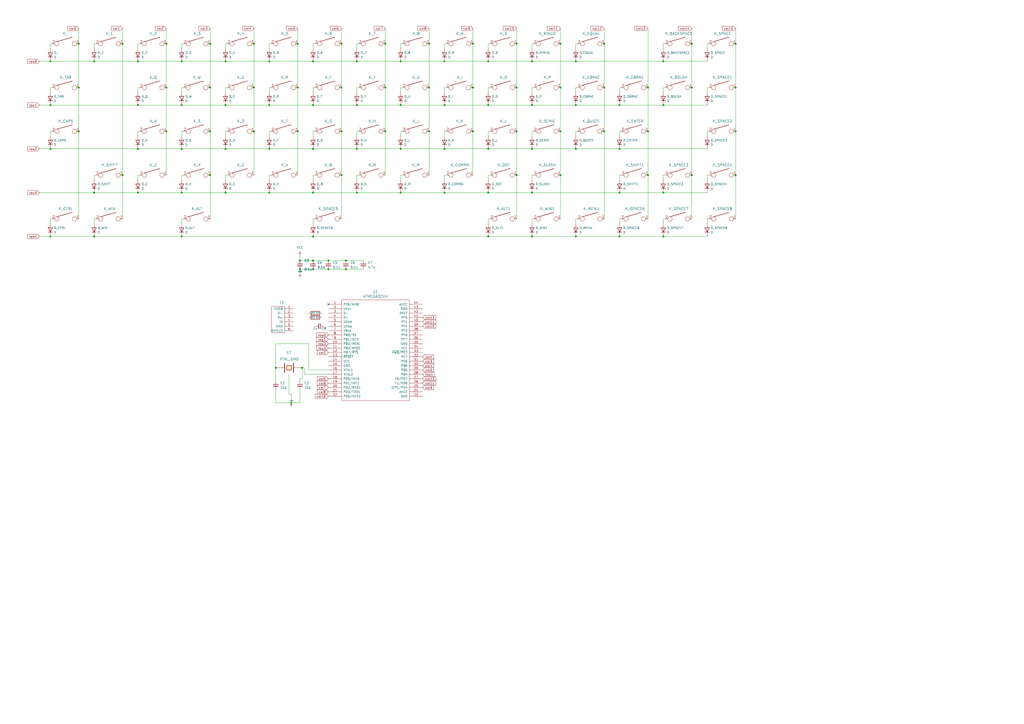
<source format=kicad_sch>
(kicad_sch (version 20211123) (generator eeschema)
  (paper "A2")
  (junction (at 105.41 111.76))
  (junction (at 426.72 101.6))
  (junction (at 181.61 151.13))
  (junction (at 207.01 86.36))
  (junction (at 172.72 25.4))
  (junction (at 156.21 111.76))
  (junction (at 105.41 60.96))
  (junction (at 156.21 60.96))
  (junction (at 350.52 76.2))
  (junction (at 200.66 151.13))
  (junction (at 232.41 86.36))
  (junction (at 130.81 111.76))
  (junction (at 223.52 76.2))
  (junction (at 80.01 86.36))
  (junction (at 168.91 233.68))
  (junction (at 45.72 50.8))
  (junction (at 325.12 50.8))
  (junction (at 121.92 25.4))
  (junction (at 384.81 35.56))
  (junction (at 401.32 101.6))
  (junction (at 350.52 50.8))
  (junction (at 198.12 76.2))
  (junction (at 54.61 35.56))
  (junction (at 96.52 25.4))
  (junction (at 308.61 111.76))
  (junction (at 359.41 60.96))
  (junction (at 384.81 111.76))
  (junction (at 207.01 60.96))
  (junction (at 334.01 137.16))
  (junction (at 375.92 50.8))
  (junction (at 283.21 35.56))
  (junction (at 200.66 156.21))
  (junction (at 283.21 86.36))
  (junction (at 223.52 25.4))
  (junction (at 198.12 101.6))
  (junction (at 257.81 60.96))
  (junction (at 384.81 60.96))
  (junction (at 232.41 111.76))
  (junction (at 308.61 60.96))
  (junction (at 401.32 25.4))
  (junction (at 190.5 156.21))
  (junction (at 181.61 86.36))
  (junction (at 105.41 137.16))
  (junction (at 308.61 137.16))
  (junction (at 54.61 137.16))
  (junction (at 45.72 25.4))
  (junction (at 232.41 60.96))
  (junction (at 130.81 60.96))
  (junction (at 350.52 25.4))
  (junction (at 29.21 35.56))
  (junction (at 248.92 25.4))
  (junction (at 232.41 35.56))
  (junction (at 198.12 25.4))
  (junction (at 181.61 156.21))
  (junction (at 334.01 35.56))
  (junction (at 359.41 86.36))
  (junction (at 375.92 101.6))
  (junction (at 308.61 86.36))
  (junction (at 181.61 137.16))
  (junction (at 299.72 76.2))
  (junction (at 172.72 50.8))
  (junction (at 207.01 111.76))
  (junction (at 96.52 76.2))
  (junction (at 29.21 137.16))
  (junction (at 45.72 76.2))
  (junction (at 198.12 50.8))
  (junction (at 308.61 35.56))
  (junction (at 121.92 76.2))
  (junction (at 223.52 50.8))
  (junction (at 283.21 137.16))
  (junction (at 401.32 50.8))
  (junction (at 181.61 60.96))
  (junction (at 426.72 76.2))
  (junction (at 130.81 35.56))
  (junction (at 334.01 86.36))
  (junction (at 156.21 35.56))
  (junction (at 325.12 25.4))
  (junction (at 80.01 111.76))
  (junction (at 29.21 60.96))
  (junction (at 299.72 50.8))
  (junction (at 80.01 35.56))
  (junction (at 147.32 50.8))
  (junction (at 121.92 101.6))
  (junction (at 130.81 86.36))
  (junction (at 274.32 76.2))
  (junction (at 147.32 76.2))
  (junction (at 173.99 156.21))
  (junction (at 325.12 76.2))
  (junction (at 160.02 213.36))
  (junction (at 175.26 213.36))
  (junction (at 71.12 25.4))
  (junction (at 426.72 25.4))
  (junction (at 54.61 111.76))
  (junction (at 105.41 86.36))
  (junction (at 384.81 137.16))
  (junction (at 274.32 25.4))
  (junction (at 156.21 86.36))
  (junction (at 105.41 35.56))
  (junction (at 325.12 101.6))
  (junction (at 96.52 50.8))
  (junction (at 299.72 101.6))
  (junction (at 299.72 25.4))
  (junction (at 71.12 101.6))
  (junction (at 173.99 151.13))
  (junction (at 274.32 50.8))
  (junction (at 190.5 151.13))
  (junction (at 172.72 76.2))
  (junction (at 147.32 25.4))
  (junction (at 29.21 86.36))
  (junction (at 283.21 111.76))
  (junction (at 181.61 111.76))
  (junction (at 359.41 111.76))
  (junction (at 375.92 76.2))
  (junction (at 426.72 50.8))
  (junction (at 181.61 35.56))
  (junction (at 283.21 60.96))
  (junction (at 334.01 60.96))
  (junction (at 257.81 86.36))
  (junction (at 257.81 111.76))
  (junction (at 121.92 50.8))
  (junction (at 80.01 60.96))
  (junction (at 248.92 50.8))
  (junction (at 257.81 35.56))
  (junction (at 207.01 35.56))
  (junction (at 359.41 137.16))
  (junction (at 248.92 76.2))
  (no_connect (at 190.5 176.53))
  (wire (pts (xy 375.92 127) (xy 375.92 101.6)))
  (wire (pts (xy 308.61 60.96) (xy 334.01 60.96)))
  (wire (pts (xy 426.72 50.8) (xy 426.72 25.4)))
  (wire (pts (xy 105.41 50.8) (xy 105.41 53.34)))
  (wire (pts (xy 335.28 25.4) (xy 334.01 25.4)))
  (wire (pts (xy 157.48 76.2) (xy 156.21 76.2)))
  (wire (pts (xy 223.52 16.51) (xy 223.52 25.4)))
  (wire (pts (xy 232.41 50.8) (xy 232.41 53.34)))
  (wire (pts (xy 55.88 101.6) (xy 54.61 101.6)))
  (wire (pts (xy 284.48 25.4) (xy 283.21 25.4)))
  (wire (pts (xy 259.08 76.2) (xy 257.81 76.2)))
  (wire (pts (xy 156.21 101.6) (xy 156.21 104.14)))
  (wire (pts (xy 22.86 111.76) (xy 54.61 111.76)))
  (wire (pts (xy 207.01 35.56) (xy 232.41 35.56)))
  (wire (pts (xy 182.88 101.6) (xy 181.61 101.6)))
  (wire (pts (xy 325.12 16.51) (xy 325.12 25.4)))
  (wire (pts (xy 208.28 25.4) (xy 207.01 25.4)))
  (wire (pts (xy 401.32 101.6) (xy 401.32 50.8)))
  (wire (pts (xy 283.21 137.16) (xy 308.61 137.16)))
  (wire (pts (xy 360.68 76.2) (xy 359.41 76.2)))
  (wire (pts (xy 105.41 25.4) (xy 105.41 27.94)))
  (wire (pts (xy 335.28 50.8) (xy 334.01 50.8)))
  (wire (pts (xy 359.41 101.6) (xy 359.41 104.14)))
  (wire (pts (xy 179.07 214.63) (xy 179.07 199.39)))
  (wire (pts (xy 257.81 86.36) (xy 283.21 86.36)))
  (wire (pts (xy 173.99 156.21) (xy 181.61 156.21)))
  (wire (pts (xy 257.81 76.2) (xy 257.81 78.74)))
  (wire (pts (xy 284.48 76.2) (xy 283.21 76.2)))
  (wire (pts (xy 181.61 35.56) (xy 207.01 35.56)))
  (wire (pts (xy 147.32 76.2) (xy 147.32 50.8)))
  (wire (pts (xy 173.99 219.71) (xy 175.26 219.71)))
  (wire (pts (xy 105.41 60.96) (xy 130.81 60.96)))
  (wire (pts (xy 325.12 76.2) (xy 325.12 50.8)))
  (wire (pts (xy 257.81 101.6) (xy 257.81 104.14)))
  (wire (pts (xy 106.68 25.4) (xy 105.41 25.4)))
  (wire (pts (xy 325.12 50.8) (xy 325.12 25.4)))
  (wire (pts (xy 132.08 25.4) (xy 130.81 25.4)))
  (wire (pts (xy 157.48 101.6) (xy 156.21 101.6)))
  (wire (pts (xy 105.41 137.16) (xy 181.61 137.16)))
  (wire (pts (xy 181.61 25.4) (xy 181.61 27.94)))
  (wire (pts (xy 54.61 101.6) (xy 54.61 104.14)))
  (wire (pts (xy 308.61 101.6) (xy 308.61 104.14)))
  (wire (pts (xy 308.61 137.16) (xy 334.01 137.16)))
  (wire (pts (xy 411.48 101.6) (xy 410.21 101.6)))
  (wire (pts (xy 384.81 111.76) (xy 410.21 111.76)))
  (wire (pts (xy 283.21 60.96) (xy 308.61 60.96)))
  (wire (pts (xy 45.72 76.2) (xy 45.72 50.8)))
  (wire (pts (xy 283.21 50.8) (xy 283.21 53.34)))
  (wire (pts (xy 157.48 50.8) (xy 156.21 50.8)))
  (wire (pts (xy 334.01 35.56) (xy 384.81 35.56)))
  (wire (pts (xy 350.52 50.8) (xy 350.52 25.4)))
  (wire (pts (xy 106.68 101.6) (xy 105.41 101.6)))
  (wire (pts (xy 274.32 76.2) (xy 274.32 50.8)))
  (wire (pts (xy 173.99 148.59) (xy 173.99 151.13)))
  (wire (pts (xy 284.48 127) (xy 283.21 127)))
  (wire (pts (xy 105.41 86.36) (xy 130.81 86.36)))
  (wire (pts (xy 232.41 25.4) (xy 232.41 27.94)))
  (wire (pts (xy 182.88 76.2) (xy 181.61 76.2)))
  (wire (pts (xy 55.88 127) (xy 54.61 127)))
  (wire (pts (xy 283.21 76.2) (xy 283.21 78.74)))
  (wire (pts (xy 29.21 50.8) (xy 29.21 53.34)))
  (wire (pts (xy 410.21 50.8) (xy 410.21 53.34)))
  (wire (pts (xy 156.21 50.8) (xy 156.21 53.34)))
  (wire (pts (xy 283.21 35.56) (xy 308.61 35.56)))
  (wire (pts (xy 132.08 76.2) (xy 130.81 76.2)))
  (wire (pts (xy 274.32 101.6) (xy 274.32 76.2)))
  (wire (pts (xy 360.68 50.8) (xy 359.41 50.8)))
  (wire (pts (xy 274.32 16.51) (xy 274.32 25.4)))
  (wire (pts (xy 386.08 25.4) (xy 384.81 25.4)))
  (wire (pts (xy 130.81 76.2) (xy 130.81 78.74)))
  (wire (pts (xy 350.52 16.51) (xy 350.52 25.4)))
  (wire (pts (xy 299.72 16.51) (xy 299.72 25.4)))
  (wire (pts (xy 207.01 111.76) (xy 232.41 111.76)))
  (wire (pts (xy 208.28 76.2) (xy 207.01 76.2)))
  (wire (pts (xy 283.21 86.36) (xy 308.61 86.36)))
  (wire (pts (xy 22.86 35.56) (xy 29.21 35.56)))
  (wire (pts (xy 334.01 137.16) (xy 359.41 137.16)))
  (wire (pts (xy 29.21 127) (xy 29.21 129.54)))
  (wire (pts (xy 96.52 101.6) (xy 96.52 76.2)))
  (wire (pts (xy 160.02 233.68) (xy 168.91 233.68)))
  (wire (pts (xy 359.41 111.76) (xy 384.81 111.76)))
  (wire (pts (xy 426.72 76.2) (xy 426.72 50.8)))
  (wire (pts (xy 105.41 127) (xy 105.41 129.54)))
  (wire (pts (xy 121.92 127) (xy 121.92 101.6)))
  (wire (pts (xy 172.72 76.2) (xy 172.72 50.8)))
  (wire (pts (xy 233.68 25.4) (xy 232.41 25.4)))
  (wire (pts (xy 308.61 35.56) (xy 334.01 35.56)))
  (wire (pts (xy 160.02 199.39) (xy 160.02 213.36)))
  (wire (pts (xy 96.52 76.2) (xy 96.52 50.8)))
  (wire (pts (xy 232.41 111.76) (xy 257.81 111.76)))
  (wire (pts (xy 132.08 101.6) (xy 130.81 101.6)))
  (wire (pts (xy 359.41 137.16) (xy 384.81 137.16)))
  (wire (pts (xy 384.81 60.96) (xy 410.21 60.96)))
  (wire (pts (xy 334.01 25.4) (xy 334.01 27.94)))
  (wire (pts (xy 384.81 101.6) (xy 384.81 104.14)))
  (wire (pts (xy 384.81 25.4) (xy 384.81 27.94)))
  (wire (pts (xy 334.01 60.96) (xy 359.41 60.96)))
  (wire (pts (xy 179.07 199.39) (xy 160.02 199.39)))
  (wire (pts (xy 350.52 76.2) (xy 350.52 50.8)))
  (wire (pts (xy 259.08 50.8) (xy 257.81 50.8)))
  (wire (pts (xy 248.92 101.6) (xy 248.92 76.2)))
  (wire (pts (xy 375.92 16.51) (xy 375.92 50.8)))
  (wire (pts (xy 81.28 25.4) (xy 80.01 25.4)))
  (wire (pts (xy 309.88 25.4) (xy 308.61 25.4)))
  (wire (pts (xy 121.92 16.51) (xy 121.92 25.4)))
  (wire (pts (xy 156.21 60.96) (xy 181.61 60.96)))
  (wire (pts (xy 283.21 127) (xy 283.21 129.54)))
  (wire (pts (xy 179.07 214.63) (xy 190.5 214.63)))
  (wire (pts (xy 386.08 50.8) (xy 384.81 50.8)))
  (wire (pts (xy 233.68 50.8) (xy 232.41 50.8)))
  (wire (pts (xy 359.41 127) (xy 359.41 129.54)))
  (wire (pts (xy 157.48 25.4) (xy 156.21 25.4)))
  (wire (pts (xy 207.01 50.8) (xy 207.01 53.34)))
  (wire (pts (xy 257.81 111.76) (xy 283.21 111.76)))
  (wire (pts (xy 29.21 25.4) (xy 29.21 27.94)))
  (wire (pts (xy 207.01 25.4) (xy 207.01 27.94)))
  (wire (pts (xy 410.21 76.2) (xy 410.21 78.74)))
  (wire (pts (xy 284.48 50.8) (xy 283.21 50.8)))
  (wire (pts (xy 375.92 76.2) (xy 375.92 50.8)))
  (wire (pts (xy 232.41 60.96) (xy 257.81 60.96)))
  (wire (pts (xy 325.12 101.6) (xy 325.12 76.2)))
  (wire (pts (xy 308.61 111.76) (xy 359.41 111.76)))
  (wire (pts (xy 105.41 35.56) (xy 130.81 35.56)))
  (wire (pts (xy 232.41 76.2) (xy 232.41 78.74)))
  (wire (pts (xy 426.72 101.6) (xy 426.72 76.2)))
  (wire (pts (xy 208.28 101.6) (xy 207.01 101.6)))
  (wire (pts (xy 181.61 50.8) (xy 181.61 53.34)))
  (wire (pts (xy 384.81 127) (xy 384.81 129.54)))
  (wire (pts (xy 198.12 76.2) (xy 198.12 50.8)))
  (wire (pts (xy 147.32 101.6) (xy 147.32 76.2)))
  (wire (pts (xy 426.72 127) (xy 426.72 101.6)))
  (wire (pts (xy 29.21 35.56) (xy 54.61 35.56)))
  (wire (pts (xy 54.61 137.16) (xy 105.41 137.16)))
  (wire (pts (xy 411.48 127) (xy 410.21 127)))
  (wire (pts (xy 71.12 127) (xy 71.12 101.6)))
  (wire (pts (xy 167.64 218.44) (xy 167.64 228.6)))
  (wire (pts (xy 207.01 76.2) (xy 207.01 78.74)))
  (wire (pts (xy 411.48 25.4) (xy 410.21 25.4)))
  (wire (pts (xy 259.08 101.6) (xy 257.81 101.6)))
  (wire (pts (xy 29.21 137.16) (xy 54.61 137.16)))
  (wire (pts (xy 259.08 25.4) (xy 257.81 25.4)))
  (wire (pts (xy 411.48 50.8) (xy 410.21 50.8)))
  (wire (pts (xy 175.26 219.71) (xy 175.26 213.36)))
  (wire (pts (xy 384.81 50.8) (xy 384.81 53.34)))
  (wire (pts (xy 81.28 101.6) (xy 80.01 101.6)))
  (wire (pts (xy 156.21 25.4) (xy 156.21 27.94)))
  (wire (pts (xy 207.01 86.36) (xy 232.41 86.36)))
  (wire (pts (xy 410.21 25.4) (xy 410.21 27.94)))
  (wire (pts (xy 334.01 86.36) (xy 359.41 86.36)))
  (wire (pts (xy 172.72 50.8) (xy 172.72 25.4)))
  (wire (pts (xy 173.99 151.13) (xy 181.61 151.13)))
  (wire (pts (xy 45.72 127) (xy 45.72 76.2)))
  (wire (pts (xy 257.81 25.4) (xy 257.81 27.94)))
  (wire (pts (xy 54.61 25.4) (xy 54.61 27.94)))
  (wire (pts (xy 181.61 151.13) (xy 190.5 151.13)))
  (wire (pts (xy 176.53 217.17) (xy 176.53 213.36)))
  (wire (pts (xy 308.61 127) (xy 308.61 129.54)))
  (wire (pts (xy 121.92 50.8) (xy 121.92 25.4)))
  (wire (pts (xy 309.88 50.8) (xy 308.61 50.8)))
  (wire (pts (xy 22.86 137.16) (xy 29.21 137.16)))
  (wire (pts (xy 232.41 86.36) (xy 257.81 86.36)))
  (wire (pts (xy 80.01 50.8) (xy 80.01 53.34)))
  (wire (pts (xy 121.92 101.6) (xy 121.92 76.2)))
  (wire (pts (xy 257.81 35.56) (xy 283.21 35.56)))
  (wire (pts (xy 308.61 25.4) (xy 308.61 27.94)))
  (wire (pts (xy 410.21 101.6) (xy 410.21 104.14)))
  (wire (pts (xy 45.72 50.8) (xy 45.72 25.4)))
  (wire (pts (xy 130.81 35.56) (xy 156.21 35.56)))
  (wire (pts (xy 284.48 101.6) (xy 283.21 101.6)))
  (wire (pts (xy 190.5 151.13) (xy 200.66 151.13)))
  (wire (pts (xy 248.92 16.51) (xy 248.92 25.4)))
  (wire (pts (xy 350.52 127) (xy 350.52 76.2)))
  (wire (pts (xy 232.41 35.56) (xy 257.81 35.56)))
  (wire (pts (xy 207.01 60.96) (xy 232.41 60.96)))
  (wire (pts (xy 156.21 35.56) (xy 181.61 35.56)))
  (wire (pts (xy 309.88 76.2) (xy 308.61 76.2)))
  (wire (pts (xy 54.61 127) (xy 54.61 129.54)))
  (wire (pts (xy 130.81 25.4) (xy 130.81 27.94)))
  (wire (pts (xy 105.41 101.6) (xy 105.41 104.14)))
  (wire (pts (xy 386.08 101.6) (xy 384.81 101.6)))
  (wire (pts (xy 29.21 60.96) (xy 80.01 60.96)))
  (wire (pts (xy 426.72 16.51) (xy 426.72 25.4)))
  (wire (pts (xy 181.61 86.36) (xy 207.01 86.36)))
  (wire (pts (xy 156.21 76.2) (xy 156.21 78.74)))
  (wire (pts (xy 257.81 50.8) (xy 257.81 53.34)))
  (wire (pts (xy 130.81 60.96) (xy 156.21 60.96)))
  (wire (pts (xy 30.48 76.2) (xy 29.21 76.2)))
  (wire (pts (xy 223.52 101.6) (xy 223.52 76.2)))
  (wire (pts (xy 334.01 50.8) (xy 334.01 53.34)))
  (wire (pts (xy 147.32 50.8) (xy 147.32 25.4)))
  (wire (pts (xy 132.08 50.8) (xy 130.81 50.8)))
  (wire (pts (xy 30.48 127) (xy 29.21 127)))
  (wire (pts (xy 308.61 86.36) (xy 334.01 86.36)))
  (wire (pts (xy 248.92 76.2) (xy 248.92 50.8)))
  (wire (pts (xy 30.48 25.4) (xy 29.21 25.4)))
  (wire (pts (xy 71.12 101.6) (xy 71.12 25.4)))
  (wire (pts (xy 160.02 226.06) (xy 160.02 233.68)))
  (wire (pts (xy 156.21 86.36) (xy 181.61 86.36)))
  (wire (pts (xy 384.81 137.16) (xy 410.21 137.16)))
  (wire (pts (xy 334.01 127) (xy 334.01 129.54)))
  (wire (pts (xy 80.01 76.2) (xy 80.01 78.74)))
  (wire (pts (xy 190.5 217.17) (xy 176.53 217.17)))
  (wire (pts (xy 359.41 86.36) (xy 410.21 86.36)))
  (wire (pts (xy 375.92 101.6) (xy 375.92 76.2)))
  (wire (pts (xy 71.12 16.51) (xy 71.12 25.4)))
  (wire (pts (xy 80.01 35.56) (xy 105.41 35.56)))
  (wire (pts (xy 176.53 213.36) (xy 175.26 213.36)))
  (wire (pts (xy 80.01 25.4) (xy 80.01 27.94)))
  (wire (pts (xy 308.61 50.8) (xy 308.61 53.34)))
  (wire (pts (xy 130.81 86.36) (xy 156.21 86.36)))
  (wire (pts (xy 309.88 101.6) (xy 308.61 101.6)))
  (wire (pts (xy 248.92 50.8) (xy 248.92 25.4)))
  (wire (pts (xy 156.21 111.76) (xy 181.61 111.76)))
  (wire (pts (xy 80.01 86.36) (xy 105.41 86.36)))
  (wire (pts (xy 232.41 101.6) (xy 232.41 104.14)))
  (wire (pts (xy 410.21 127) (xy 410.21 129.54)))
  (wire (pts (xy 198.12 101.6) (xy 198.12 76.2)))
  (wire (pts (xy 181.61 127) (xy 181.61 129.54)))
  (wire (pts (xy 181.61 111.76) (xy 207.01 111.76)))
  (wire (pts (xy 207.01 101.6) (xy 207.01 104.14)))
  (wire (pts (xy 335.28 76.2) (xy 334.01 76.2)))
  (wire (pts (xy 386.08 127) (xy 384.81 127)))
  (wire (pts (xy 121.92 76.2) (xy 121.92 50.8)))
  (wire (pts (xy 334.01 76.2) (xy 334.01 78.74)))
  (wire (pts (xy 105.41 76.2) (xy 105.41 78.74)))
  (wire (pts (xy 401.32 50.8) (xy 401.32 25.4)))
  (wire (pts (xy 29.21 86.36) (xy 80.01 86.36)))
  (wire (pts (xy 223.52 76.2) (xy 223.52 50.8)))
  (wire (pts (xy 80.01 111.76) (xy 105.41 111.76)))
  (wire (pts (xy 309.88 127) (xy 308.61 127)))
  (wire (pts (xy 130.81 111.76) (xy 156.21 111.76)))
  (wire (pts (xy 181.61 76.2) (xy 181.61 78.74)))
  (wire (pts (xy 360.68 127) (xy 359.41 127)))
  (wire (pts (xy 130.81 101.6) (xy 130.81 104.14)))
  (wire (pts (xy 299.72 76.2) (xy 299.72 50.8)))
  (wire (pts (xy 167.64 228.6) (xy 168.91 228.6)))
  (wire (pts (xy 299.72 50.8) (xy 299.72 25.4)))
  (wire (pts (xy 360.68 101.6) (xy 359.41 101.6)))
  (wire (pts (xy 173.99 156.21) (xy 173.99 158.75)))
  (wire (pts (xy 359.41 76.2) (xy 359.41 78.74)))
  (wire (pts (xy 160.02 213.36) (xy 160.02 220.98)))
  (wire (pts (xy 335.28 127) (xy 334.01 127)))
  (wire (pts (xy 190.5 156.21) (xy 200.66 156.21)))
  (wire (pts (xy 172.72 16.51) (xy 172.72 25.4)))
  (wire (pts (xy 299.72 127) (xy 299.72 101.6)))
  (wire (pts (xy 384.81 35.56) (xy 410.21 35.56)))
  (wire (pts (xy 168.91 228.6) (xy 168.91 233.68)))
  (wire (pts (xy 22.86 86.36) (xy 29.21 86.36)))
  (wire (pts (xy 172.72 101.6) (xy 172.72 76.2)))
  (wire (pts (xy 96.52 50.8) (xy 96.52 25.4)))
  (wire (pts (xy 325.12 127) (xy 325.12 101.6)))
  (wire (pts (xy 80.01 60.96) (xy 105.41 60.96)))
  (wire (pts (xy 182.88 25.4) (xy 181.61 25.4)))
  (wire (pts (xy 283.21 101.6) (xy 283.21 104.14)))
  (wire (pts (xy 198.12 127) (xy 198.12 101.6)))
  (wire (pts (xy 359.41 50.8) (xy 359.41 53.34)))
  (wire (pts (xy 233.68 76.2) (xy 232.41 76.2)))
  (wire (pts (xy 173.99 226.06) (xy 173.99 233.68)))
  (wire (pts (xy 283.21 111.76) (xy 308.61 111.76)))
  (wire (pts (xy 359.41 60.96) (xy 384.81 60.96)))
  (wire (pts (xy 182.88 50.8) (xy 181.61 50.8)))
  (wire (pts (xy 130.81 50.8) (xy 130.81 53.34)))
  (wire (pts (xy 106.68 50.8) (xy 105.41 50.8)))
  (wire (pts (xy 233.68 101.6) (xy 232.41 101.6)))
  (wire (pts (xy 173.99 233.68) (xy 168.91 233.68)))
  (wire (pts (xy 411.48 76.2) (xy 410.21 76.2)))
  (wire (pts (xy 401.32 16.51) (xy 401.32 25.4)))
  (wire (pts (xy 181.61 101.6) (xy 181.61 104.14)))
  (wire (pts (xy 22.86 60.96) (xy 29.21 60.96)))
  (wire (pts (xy 173.99 220.98) (xy 173.99 219.71)))
  (wire (pts (xy 181.61 60.96) (xy 207.01 60.96)))
  (wire (pts (xy 29.21 76.2) (xy 29.21 78.74)))
  (wire (pts (xy 147.32 16.51) (xy 147.32 25.4)))
  (wire (pts (xy 200.66 156.21) (xy 210.82 156.21)))
  (wire (pts (xy 80.01 101.6) (xy 80.01 104.14)))
  (wire (pts (xy 200.66 151.13) (xy 210.82 151.13)))
  (wire (pts (xy 274.32 50.8) (xy 274.32 25.4)))
  (wire (pts (xy 223.52 50.8) (xy 223.52 25.4)))
  (wire (pts (xy 181.61 137.16) (xy 283.21 137.16)))
  (wire (pts (xy 181.61 156.21) (xy 190.5 156.21)))
  (wire (pts (xy 299.72 101.6) (xy 299.72 76.2)))
  (wire (pts (xy 208.28 50.8) (xy 207.01 50.8)))
  (wire (pts (xy 55.88 25.4) (xy 54.61 25.4)))
  (wire (pts (xy 81.28 76.2) (xy 80.01 76.2)))
  (wire (pts (xy 96.52 16.51) (xy 96.52 25.4)))
  (wire (pts (xy 81.28 50.8) (xy 80.01 50.8)))
  (wire (pts (xy 105.41 111.76) (xy 130.81 111.76)))
  (wire (pts (xy 182.88 127) (xy 181.61 127)))
  (wire (pts (xy 257.81 60.96) (xy 283.21 60.96)))
  (wire (pts (xy 30.48 50.8) (xy 29.21 50.8)))
  (wire (pts (xy 106.68 127) (xy 105.41 127)))
  (wire (pts (xy 401.32 127) (xy 401.32 101.6)))
  (wire (pts (xy 54.61 35.56) (xy 80.01 35.56)))
  (wire (pts (xy 54.61 111.76) (xy 80.01 111.76)))
  (wire (pts (xy 45.72 16.51) (xy 45.72 25.4)))
  (wire (pts (xy 198.12 16.51) (xy 198.12 25.4)))
  (wire (pts (xy 106.68 76.2) (xy 105.41 76.2)))
  (wire (pts (xy 283.21 25.4) (xy 283.21 27.94)))
  (wire (pts (xy 198.12 50.8) (xy 198.12 25.4)))
  (wire (pts (xy 308.61 76.2) (xy 308.61 78.74)))
  (global_label "col6" (shape input) (at 198.12 16.51 180) (property "Intersheet References" "${INTERSHEET_REFS}" (effects hide)))
  (global_label "col4" (shape input) (at 245.11 207.01 0) (property "Intersheet References" "${INTERSHEET_REFS}" (effects hide)))
  (global_label "col15" (shape input) (at 245.11 189.23 0) (property "Intersheet References" "${INTERSHEET_REFS}" (effects hide)))
  (global_label "col0" (shape input) (at 245.11 214.63 0) (property "Intersheet References" "${INTERSHEET_REFS}" (effects hide)))
  (global_label "col4" (shape input) (at 147.32 16.51 180) (property "Intersheet References" "${INTERSHEET_REFS}" (effects hide)))
  (global_label "col3" (shape input) (at 245.11 209.55 0) (property "Intersheet References" "${INTERSHEET_REFS}" (effects hide)))
  (global_label "col8" (shape input) (at 248.92 16.51 180) (property "Intersheet References" "${INTERSHEET_REFS}" (effects hide)))
  (global_label "col10" (shape input) (at 299.72 16.51 180) (property "Intersheet References" "${INTERSHEET_REFS}" (effects hide)))
  (global_label "col7" (shape input) (at 223.52 16.51 180) (property "Intersheet References" "${INTERSHEET_REFS}" (effects hide)))
  (global_label "col1" (shape input) (at 71.12 16.51 180) (property "Intersheet References" "${INTERSHEET_REFS}" (effects hide)))
  (global_label "row2" (shape input) (at 190.5 199.39 180) (property "Intersheet References" "${INTERSHEET_REFS}" (effects hide)))
  (global_label "row4" (shape input) (at 22.86 137.16 180) (property "Intersheet References" "${INTERSHEET_REFS}" (effects hide)))
  (global_label "col12" (shape input) (at 245.11 219.71 0) (property "Intersheet References" "${INTERSHEET_REFS}" (effects hide)))
  (global_label "col13" (shape input) (at 245.11 184.15 0) (property "Intersheet References" "${INTERSHEET_REFS}" (effects hide)))
  (global_label "col5" (shape input) (at 172.72 16.51 180) (property "Intersheet References" "${INTERSHEET_REFS}" (effects hide)))
  (global_label "col12" (shape input) (at 350.52 16.51 180) (property "Intersheet References" "${INTERSHEET_REFS}" (effects hide)))
  (global_label "row2" (shape input) (at 22.86 86.36 180) (property "Intersheet References" "${INTERSHEET_REFS}" (effects hide)))
  (global_label "row3" (shape input) (at 22.86 111.76 180) (property "Intersheet References" "${INTERSHEET_REFS}" (effects hide)))
  (global_label "col2" (shape input) (at 190.5 204.47 180) (property "Intersheet References" "${INTERSHEET_REFS}" (effects hide)))
  (global_label "col14" (shape input) (at 245.11 186.69 0) (property "Intersheet References" "${INTERSHEET_REFS}" (effects hide)))
  (global_label "row3" (shape input) (at 190.5 201.93 180) (property "Intersheet References" "${INTERSHEET_REFS}" (effects hide)))
  (global_label "row4" (shape input) (at 245.11 217.17 0) (property "Intersheet References" "${INTERSHEET_REFS}" (effects hide)))
  (global_label "col13" (shape input) (at 375.92 16.51 180) (property "Intersheet References" "${INTERSHEET_REFS}" (effects hide)))
  (global_label "col14" (shape input) (at 401.32 16.51 180) (property "Intersheet References" "${INTERSHEET_REFS}" (effects hide)))
  (global_label "row0" (shape input) (at 22.86 35.56 180) (property "Intersheet References" "${INTERSHEET_REFS}" (effects hide)))
  (global_label "col9" (shape input) (at 245.11 224.79 0) (property "Intersheet References" "${INTERSHEET_REFS}" (effects hide)))
  (global_label "col6" (shape input) (at 190.5 222.25 180) (property "Intersheet References" "${INTERSHEET_REFS}" (effects hide)))
  (global_label "col11" (shape input) (at 245.11 222.25 0) (property "Intersheet References" "${INTERSHEET_REFS}" (effects hide)))
  (global_label "col3" (shape input) (at 121.92 16.51 180) (property "Intersheet References" "${INTERSHEET_REFS}" (effects hide)))
  (global_label "row1" (shape input) (at 190.5 196.85 180) (property "Intersheet References" "${INTERSHEET_REFS}" (effects hide)))
  (global_label "col11" (shape input) (at 325.12 16.51 180) (property "Intersheet References" "${INTERSHEET_REFS}" (effects hide)))
  (global_label "col1" (shape input) (at 245.11 212.09 0) (property "Intersheet References" "${INTERSHEET_REFS}" (effects hide)))
  (global_label "row0" (shape input) (at 190.5 194.31 180) (property "Intersheet References" "${INTERSHEET_REFS}" (effects hide)))
  (global_label "col15" (shape input) (at 426.72 16.51 180) (property "Intersheet References" "${INTERSHEET_REFS}" (effects hide)))
  (global_label "col5" (shape input) (at 190.5 219.71 180) (property "Intersheet References" "${INTERSHEET_REFS}" (effects hide)))
  (global_label "col0" (shape input) (at 45.72 16.51 180) (property "Intersheet References" "${INTERSHEET_REFS}" (effects hide)))
  (global_label "col7" (shape input) (at 190.5 224.79 180) (property "Intersheet References" "${INTERSHEET_REFS}" (effects hide)))
  (global_label "row1" (shape input) (at 22.86 60.96 180) (property "Intersheet References" "${INTERSHEET_REFS}" (effects hide)))
  (global_label "col10" (shape input) (at 190.5 229.87 180) (property "Intersheet References" "${INTERSHEET_REFS}" (effects hide)))
  (global_label "col9" (shape input) (at 274.32 16.51 180) (property "Intersheet References" "${INTERSHEET_REFS}" (effects hide)))
  (global_label "col8" (shape input) (at 190.5 227.33 180) (property "Intersheet References" "${INTERSHEET_REFS}" (effects hide)))
  (global_label "col2" (shape input) (at 96.52 16.51 180) (property "Intersheet References" "${INTERSHEET_REFS}" (effects hide)))
  (symbol (lib_id "Device:D") (at 156.21 107.95 90) (unit 1)
    (property "Reference" "D_V" (at 158.2166 106.7816 90) (effects (justify right)))
    (property "Value" "D" (at 158.2166 109.347 90) (effects (justify right)))
    (property "Footprint" "keyboard_parts:D_SOD123_axial" (effects hide))
  )
  (symbol (lib_id "Device:D") (at 80.01 107.95 90) (unit 1)
    (property "Reference" "D_Z" (at 82.0166 106.7816 90) (effects (justify right)))
    (property "Value" "D" (at 82.0166 109.347 90) (effects (justify right)))
    (property "Footprint" "keyboard_parts:D_SOD123_axial" (effects hide))
  )
  (symbol (lib_id "keyboard_parts:KEYSW") (at 266.7 25.4 0) (unit 1)
    (property "Reference" "K_9" (at 266.7 19.4818 0) (effects (font (size 1.524 1.524))))
    (property "Value" "KEYSW" (effects hide))
    (property "Footprint" "MX_Alps_Hybrid:MX-1U-NoLED" (effects hide))
  )
  (symbol (lib_id "keyboard_parts:KEYSW") (at 292.1 76.2 0) (unit 1)
    (property "Reference" "K_L" (at 292.1 70.2818 0) (effects (font (size 1.524 1.524))))
    (property "Value" "KEYSW" (effects hide))
    (property "Footprint" "MX_Alps_Hybrid:MX-1U-NoLED" (effects hide))
  )
  (symbol (lib_id "keyboard_parts:KEYSW") (at 292.1 25.4 0) (unit 1)
    (property "Reference" "K_0" (at 292.1 19.4818 0) (effects (font (size 1.524 1.524))))
    (property "Value" "KEYSW" (effects hide))
    (property "Footprint" "MX_Alps_Hybrid:MX-1U-NoLED" (effects hide))
  )
  (symbol (lib_id "keyboard_parts:KEYSW") (at 368.3 50.8 0) (unit 1)
    (property "Reference" "K_OBRAC" (at 368.3 44.8818 0) (effects (font (size 1.524 1.524))))
    (property "Value" "KEYSW" (effects hide))
    (property "Footprint" "MX_Alps_Hybrid:MX-1U-NoLED" (effects hide))
  )
  (symbol (lib_id "Device:D") (at 308.61 107.95 90) (unit 1)
    (property "Reference" "D_SLASH" (at 310.6166 106.7816 90) (effects (justify right)))
    (property "Value" "D" (at 310.6166 109.347 90) (effects (justify right)))
    (property "Footprint" "keyboard_parts:D_SOD123_axial" (effects hide))
  )
  (symbol (lib_id "keyboard_parts:KEYSW") (at 266.7 50.8 0) (unit 1)
    (property "Reference" "K_I" (at 266.7 44.8818 0) (effects (font (size 1.524 1.524))))
    (property "Value" "KEYSW" (effects hide))
    (property "Footprint" "MX_Alps_Hybrid:MX-1U-NoLED" (effects hide))
  )
  (symbol (lib_id "keyboard_parts:KEYSW") (at 419.1 101.6 0) (unit 1)
    (property "Reference" "K_SPACE4" (at 419.1 95.6818 0) (effects (font (size 1.524 1.524))))
    (property "Value" "KEYSW" (effects hide))
    (property "Footprint" "MX_Alps_Hybrid:MX-1U-NoLED" (effects hide))
  )
  (symbol (lib_id "Device:D") (at 232.41 57.15 90) (unit 1)
    (property "Reference" "D_U" (at 234.4166 55.9816 90) (effects (justify right)))
    (property "Value" "D" (at 234.4166 58.547 90) (effects (justify right)))
    (property "Footprint" "keyboard_parts:D_SOD123_axial" (effects hide))
  )
  (symbol (lib_id "Device:D") (at 156.21 82.55 90) (unit 1)
    (property "Reference" "D_F" (at 158.2166 81.3816 90) (effects (justify right)))
    (property "Value" "D" (at 158.2166 83.947 90) (effects (justify right)))
    (property "Footprint" "keyboard_parts:D_SOD123_axial" (effects hide))
  )
  (symbol (lib_id "Device:D") (at 308.61 82.55 90) (unit 1)
    (property "Reference" "D_SEMIC" (at 310.6166 81.3816 90) (effects (justify right)))
    (property "Value" "D" (at 310.6166 83.947 90) (effects (justify right)))
    (property "Footprint" "keyboard_parts:D_SOD123_axial" (effects hide))
  )
  (symbol (lib_id "keyboard_parts:KEYSW") (at 292.1 101.6 0) (unit 1)
    (property "Reference" "K_DOT" (at 292.1 95.6818 0) (effects (font (size 1.524 1.524))))
    (property "Value" "KEYSW" (effects hide))
    (property "Footprint" "MX_Alps_Hybrid:MX-1U-NoLED" (effects hide))
  )
  (symbol (lib_id "Device:C_Small") (at 160.02 223.52 0) (unit 1)
    (property "Reference" "C1" (at 162.56 222.2562 0) (effects (justify left)))
    (property "Value" "22p" (at 162.56 224.7962 0) (effects (justify left)))
  )
  (symbol (lib_id "Device:D") (at 80.01 82.55 90) (unit 1)
    (property "Reference" "D_A" (at 82.0166 81.3816 90) (effects (justify right)))
    (property "Value" "D" (at 82.0166 83.947 90) (effects (justify right)))
    (property "Footprint" "keyboard_parts:D_SOD123_axial" (effects hide))
  )
  (symbol (lib_id "keyboard_parts:KEYSW") (at 38.1 127 0) (unit 1)
    (property "Reference" "K_CTRL" (at 38.1 121.0818 0) (effects (font (size 1.524 1.524))))
    (property "Value" "KEYSW" (effects hide))
    (property "Footprint" "MX_Alps_Hybrid:MX-1.25U-NoLED" (effects hide))
  )
  (symbol (lib_id "keyboard_parts:KEYSW") (at 139.7 50.8 0) (unit 1)
    (property "Reference" "K_E" (at 139.7 44.8818 0) (effects (font (size 1.524 1.524))))
    (property "Value" "KEYSW" (effects hide))
    (property "Footprint" "MX_Alps_Hybrid:MX-1U-NoLED" (effects hide))
  )
  (symbol (lib_id "keyboard_parts:KEYSW") (at 190.5 76.2 0) (unit 1)
    (property "Reference" "K_G" (at 190.5 70.2818 0) (effects (font (size 1.524 1.524))))
    (property "Value" "KEYSW" (effects hide))
    (property "Footprint" "MX_Alps_Hybrid:MX-1U-NoLED" (effects hide))
  )
  (symbol (lib_id "Device:D") (at 181.61 57.15 90) (unit 1)
    (property "Reference" "D_T" (at 183.6166 55.9816 90) (effects (justify right)))
    (property "Value" "D" (at 183.6166 58.547 90) (effects (justify right)))
    (property "Footprint" "keyboard_parts:D_SOD123_axial" (effects hide))
  )
  (symbol (lib_id "keyboard_parts:USB_mini_micro_B") (at 166.37 182.88 0) (unit 1)
    (property "Reference" "J1" (at 163.3728 175.4886 0) (effects (font (size 1.524 1.524))))
    (property "Value" "USB_mini_micro_B" (effects hide))
    (property "Footprint" "keyboard_parts:USB_miniB_hirose_5S8" (effects hide))
  )
  (symbol (lib_id "keyboard_parts:KEYSW") (at 165.1 50.8 0) (unit 1)
    (property "Reference" "K_R" (at 165.1 44.8818 0) (effects (font (size 1.524 1.524))))
    (property "Value" "KEYSW" (effects hide))
    (property "Footprint" "MX_Alps_Hybrid:MX-1U-NoLED" (effects hide))
  )
  (symbol (lib_id "Device:D") (at 384.81 107.95 90) (unit 1)
    (property "Reference" "D_SPACE3" (at 386.8166 106.7816 90) (effects (justify right)))
    (property "Value" "D" (at 386.8166 109.347 90) (effects (justify right)))
    (property "Footprint" "keyboard_parts:D_SOD123_axial" (effects hide))
  )
  (symbol (lib_id "Device:D") (at 207.01 107.95 90) (unit 1)
    (property "Reference" "D_N" (at 209.0166 106.7816 90) (effects (justify right)))
    (property "Value" "D" (at 209.0166 109.347 90) (effects (justify right)))
    (property "Footprint" "keyboard_parts:D_SOD123_axial" (effects hide))
  )
  (symbol (lib_id "Device:D") (at 207.01 57.15 90) (unit 1)
    (property "Reference" "D_Y" (at 209.0166 55.9816 90) (effects (justify right)))
    (property "Value" "D" (at 209.0166 58.547 90) (effects (justify right)))
    (property "Footprint" "keyboard_parts:D_SOD123_axial" (effects hide))
  )
  (symbol (lib_id "keyboard_parts:KEYSW") (at 63.5 101.6 0) (unit 1)
    (property "Reference" "K_SHIFT" (at 63.5 95.6818 0) (effects (font (size 1.524 1.524))))
    (property "Value" "KEYSW" (effects hide))
    (property "Footprint" "MX_Alps_Hybrid:MX-2.25U-NoLED" (effects hide))
  )
  (symbol (lib_id "Device:D") (at 130.81 57.15 90) (unit 1)
    (property "Reference" "D_E" (at 132.8166 55.9816 90) (effects (justify right)))
    (property "Value" "D" (at 132.8166 58.547 90) (effects (justify right)))
    (property "Footprint" "keyboard_parts:D_SOD123_axial" (effects hide))
  )
  (symbol (lib_id "Device:C_Small") (at 190.5 153.67 0) (unit 1)
    (property "Reference" "C5" (at 193.04 152.4062 0) (effects (justify left)))
    (property "Value" "0.1u" (at 193.04 154.9462 0) (effects (justify left)))
  )
  (symbol (lib_id "Device:D") (at 257.81 107.95 90) (unit 1)
    (property "Reference" "D_COMMA" (at 259.8166 106.7816 90) (effects (justify right)))
    (property "Value" "D" (at 259.8166 109.347 90) (effects (justify right)))
    (property "Footprint" "keyboard_parts:D_SOD123_axial" (effects hide))
  )
  (symbol (lib_id "Device:D") (at 384.81 133.35 90) (unit 1)
    (property "Reference" "D_SPACE7" (at 386.8166 132.1816 90) (effects (justify right)))
    (property "Value" "D" (at 386.8166 134.747 90) (effects (justify right)))
    (property "Footprint" "keyboard_parts:D_SOD123_axial" (effects hide))
  )
  (symbol (lib_id "keyboard_parts:KEYSW") (at 292.1 50.8 0) (unit 1)
    (property "Reference" "K_O" (at 292.1 44.8818 0) (effects (font (size 1.524 1.524))))
    (property "Value" "KEYSW" (effects hide))
    (property "Footprint" "MX_Alps_Hybrid:MX-1U-NoLED" (effects hide))
  )
  (symbol (lib_id "Device:D") (at 156.21 31.75 90) (unit 1)
    (property "Reference" "D_5" (at 158.2166 30.5816 90) (effects (justify right)))
    (property "Value" "D" (at 158.2166 33.147 90) (effects (justify right)))
    (property "Footprint" "keyboard_parts:D_SOD123_axial" (effects hide))
  )
  (symbol (lib_id "keyboard_parts:KEYSW") (at 215.9 25.4 0) (unit 1)
    (property "Reference" "K_7" (at 215.9 19.4818 0) (effects (font (size 1.524 1.524))))
    (property "Value" "KEYSW" (effects hide))
    (property "Footprint" "MX_Alps_Hybrid:MX-1U-NoLED" (effects hide))
  )
  (symbol (lib_id "Device:D") (at 105.41 133.35 90) (unit 1)
    (property "Reference" "D_ALT" (at 107.4166 132.1816 90) (effects (justify right)))
    (property "Value" "D" (at 107.4166 134.747 90) (effects (justify right)))
    (property "Footprint" "keyboard_parts:D_SOD123_axial" (effects hide))
  )
  (symbol (lib_id "keyboard_parts:KEYSW") (at 190.5 101.6 0) (unit 1)
    (property "Reference" "K_B" (at 190.5 95.6818 0) (effects (font (size 1.524 1.524))))
    (property "Value" "KEYSW" (effects hide))
    (property "Footprint" "MX_Alps_Hybrid:MX-1U-NoLED" (effects hide))
  )
  (symbol (lib_id "keyboard_parts:KEYSW") (at 88.9 50.8 0) (unit 1)
    (property "Reference" "K_Q" (at 88.9 44.8818 0) (effects (font (size 1.524 1.524))))
    (property "Value" "KEYSW" (effects hide))
    (property "Footprint" "MX_Alps_Hybrid:MX-1U-NoLED" (effects hide))
  )
  (symbol (lib_id "Device:D") (at 334.01 82.55 90) (unit 1)
    (property "Reference" "D_QUOTE" (at 336.0166 81.3816 90) (effects (justify right)))
    (property "Value" "D" (at 336.0166 83.947 90) (effects (justify right)))
    (property "Footprint" "keyboard_parts:D_SOD123_axial" (effects hide))
  )
  (symbol (lib_id "keyboard_parts:KEYSW") (at 368.3 76.2 0) (unit 1)
    (property "Reference" "K_ENTER" (at 368.3 70.2818 0) (effects (font (size 1.524 1.524))))
    (property "Value" "KEYSW" (effects hide))
    (property "Footprint" "MX_Alps_Hybrid:MX-2.25U-NoLED" (effects hide))
  )
  (symbol (lib_id "Device:D") (at 130.81 31.75 90) (unit 1)
    (property "Reference" "D_4" (at 132.8166 30.5816 90) (effects (justify right)))
    (property "Value" "D" (at 132.8166 33.147 90) (effects (justify right)))
    (property "Footprint" "keyboard_parts:D_SOD123_axial" (effects hide))
  )
  (symbol (lib_id "keyboard_parts:KEYSW") (at 139.7 25.4 0) (unit 1)
    (property "Reference" "K_4" (at 139.7 19.4818 0) (effects (font (size 1.524 1.524))))
    (property "Value" "KEYSW" (effects hide))
    (property "Footprint" "MX_Alps_Hybrid:MX-1U-NoLED" (effects hide))
  )
  (symbol (lib_id "keyboard_parts:KEYSW") (at 419.1 25.4 0) (unit 1)
    (property "Reference" "K_SPACE" (at 419.1 19.4818 0) (effects (font (size 1.524 1.524))))
    (property "Value" "KEYSW" (effects hide))
    (property "Footprint" "MX_Alps_Hybrid:MX-1U-NoLED" (effects hide))
  )
  (symbol (lib_id "Device:C_Small") (at 185.42 189.23 270) (unit 1)
    (property "Reference" "C8" (at 187.96 190.5 90))
    (property "Value" "1u" (at 182.88 190.5 90))
    (property "Footprint" "Capacitor_SMD:C_0805_2012Metric_Pad1.15x1.40mm_HandSolder" (effects hide))
  )
  (symbol (lib_id "keyboard_parts:KEYSW") (at 88.9 101.6 0) (unit 1)
    (property "Reference" "K_Z" (at 88.9 95.6818 0) (effects (font (size 1.524 1.524))))
    (property "Value" "KEYSW" (effects hide))
    (property "Footprint" "MX_Alps_Hybrid:MX-1U-NoLED" (effects hide))
  )
  (symbol (lib_id "keyboard_parts:GND") (at 168.91 233.68 0) (unit 1)
    (property "Reference" "#PWR?" (effects hide))
    (property "Value" "GND" (at 168.91 232.41 0) (effects (font (size 0.762 0.762))))
  )
  (symbol (lib_id "Device:D") (at 156.21 57.15 90) (unit 1)
    (property "Reference" "D_R" (at 158.2166 55.9816 90) (effects (justify right)))
    (property "Value" "D" (at 158.2166 58.547 90) (effects (justify right)))
    (property "Footprint" "keyboard_parts:D_SOD123_axial" (effects hide))
  )
  (symbol (lib_id "Device:D") (at 181.61 107.95 90) (unit 1)
    (property "Reference" "D_B" (at 183.6166 106.7816 90) (effects (justify right)))
    (property "Value" "D" (at 183.6166 109.347 90) (effects (justify right)))
    (property "Footprint" "keyboard_parts:D_SOD123_axial" (effects hide))
  )
  (symbol (lib_id "Device:D") (at 308.61 133.35 90) (unit 1)
    (property "Reference" "D_WIN1" (at 310.6166 132.1816 90) (effects (justify right)))
    (property "Value" "D" (at 310.6166 134.747 90) (effects (justify right)))
    (property "Footprint" "keyboard_parts:D_SOD123_axial" (effects hide))
  )
  (symbol (lib_id "Device:D") (at 105.41 57.15 90) (unit 1)
    (property "Reference" "D_W" (at 107.4166 55.9816 90) (effects (justify right)))
    (property "Value" "D" (at 107.4166 58.547 90) (effects (justify right)))
    (property "Footprint" "keyboard_parts:D_SOD123_axial" (effects hide))
  )
  (symbol (lib_id "keyboard_parts:KEYSW") (at 317.5 101.6 0) (unit 1)
    (property "Reference" "K_SLASH" (at 317.5 95.6818 0) (effects (font (size 1.524 1.524))))
    (property "Value" "KEYSW" (effects hide))
    (property "Footprint" "MX_Alps_Hybrid:MX-1U-NoLED" (effects hide))
  )
  (symbol (lib_id "keyboard_parts:KEYSW") (at 342.9 50.8 0) (unit 1)
    (property "Reference" "K_CBRAC" (at 342.9 44.8818 0) (effects (font (size 1.524 1.524))))
    (property "Value" "KEYSW" (effects hide))
    (property "Footprint" "MX_Alps_Hybrid:MX-1U-NoLED" (effects hide))
  )
  (symbol (lib_id "keyboard_parts:KEYSW") (at 342.9 76.2 0) (unit 1)
    (property "Reference" "K_QUOTE" (at 342.9 70.2818 0) (effects (font (size 1.524 1.524))))
    (property "Value" "KEYSW" (effects hide))
    (property "Footprint" "MX_Alps_Hybrid:MX-1U-NoLED" (effects hide))
  )
  (symbol (lib_id "Device:D") (at 105.41 82.55 90) (unit 1)
    (property "Reference" "D_S" (at 107.4166 81.3816 90) (effects (justify right)))
    (property "Value" "D" (at 107.4166 83.947 90) (effects (justify right)))
    (property "Footprint" "keyboard_parts:D_SOD123_axial" (effects hide))
  )
  (symbol (lib_id "keyboard_parts:KEYSW") (at 342.9 25.4 0) (unit 1)
    (property "Reference" "K_EQUAL" (at 342.9 19.4818 0) (effects (font (size 1.524 1.524))))
    (property "Value" "KEYSW" (effects hide))
    (property "Footprint" "MX_Alps_Hybrid:MX-1U-NoLED" (effects hide))
  )
  (symbol (lib_id "Device:D") (at 334.01 57.15 90) (unit 1)
    (property "Reference" "D_CBRAC" (at 336.0166 55.9816 90) (effects (justify right)))
    (property "Value" "D" (at 336.0166 58.547 90) (effects (justify right)))
    (property "Footprint" "keyboard_parts:D_SOD123_axial" (effects hide))
  )
  (symbol (lib_id "keyboard_parts:KEYSW") (at 393.7 50.8 0) (unit 1)
    (property "Reference" "K_BSLSH" (at 393.7 44.8818 0) (effects (font (size 1.524 1.524))))
    (property "Value" "KEYSW" (effects hide))
    (property "Footprint" "MX_Alps_Hybrid:MX-1.5U-NoLED" (effects hide))
  )
  (symbol (lib_id "keyboard_parts:KEYSW") (at 38.1 25.4 0) (unit 1)
    (property "Reference" "K_`" (at 38.1 19.4818 0) (effects (font (size 1.524 1.524))))
    (property "Value" "KEYSW" (effects hide))
    (property "Footprint" "MX_Alps_Hybrid:MX-1U-NoLED" (effects hide))
  )
  (symbol (lib_id "Device:C_Small") (at 200.66 153.67 0) (unit 1)
    (property "Reference" "C6" (at 203.2 152.4062 0) (effects (justify left)))
    (property "Value" "0.1u" (at 203.2 154.9462 0) (effects (justify left)))
  )
  (symbol (lib_id "Device:D") (at 283.21 82.55 90) (unit 1)
    (property "Reference" "D_L" (at 285.2166 81.3816 90) (effects (justify right)))
    (property "Value" "D" (at 285.2166 83.947 90) (effects (justify right)))
    (property "Footprint" "keyboard_parts:D_SOD123_axial" (effects hide))
  )
  (symbol (lib_id "Device:D") (at 54.61 133.35 90) (unit 1)
    (property "Reference" "D_WIN" (at 56.6166 132.1816 90) (effects (justify right)))
    (property "Value" "D" (at 56.6166 134.747 90) (effects (justify right)))
    (property "Footprint" "keyboard_parts:D_SOD123_axial" (effects hide))
  )
  (symbol (lib_id "keyboard_parts:KEYSW") (at 114.3 76.2 0) (unit 1)
    (property "Reference" "K_S" (at 114.3 70.2818 0) (effects (font (size 1.524 1.524))))
    (property "Value" "KEYSW" (effects hide))
    (property "Footprint" "MX_Alps_Hybrid:MX-1U-NoLED" (effects hide))
  )
  (symbol (lib_id "keyboard_parts:KEYSW") (at 241.3 101.6 0) (unit 1)
    (property "Reference" "K_M" (at 241.3 95.6818 0) (effects (font (size 1.524 1.524))))
    (property "Value" "KEYSW" (effects hide))
    (property "Footprint" "MX_Alps_Hybrid:MX-1U-NoLED" (effects hide))
  )
  (symbol (lib_id "Device:D") (at 29.21 82.55 90) (unit 1)
    (property "Reference" "D_CAPS" (at 31.2166 81.3816 90) (effects (justify right)))
    (property "Value" "D" (at 31.2166 83.947 90) (effects (justify right)))
    (property "Footprint" "keyboard_parts:D_SOD123_axial" (effects hide))
  )
  (symbol (lib_id "Device:D") (at 130.81 82.55 90) (unit 1)
    (property "Reference" "D_D" (at 132.8166 81.3816 90) (effects (justify right)))
    (property "Value" "D" (at 132.8166 83.947 90) (effects (justify right)))
    (property "Footprint" "keyboard_parts:D_SOD123_axial" (effects hide))
  )
  (symbol (lib_id "keyboard_parts:KEYSW") (at 368.3 127 0) (unit 1)
    (property "Reference" "K_SPACE6" (at 368.3 121.0818 0) (effects (font (size 1.524 1.524))))
    (property "Value" "KEYSW" (effects hide))
    (property "Footprint" "MX_Alps_Hybrid:MX-1U-NoLED" (effects hide))
  )
  (symbol (lib_id "Device:D") (at 80.01 57.15 90) (unit 1)
    (property "Reference" "D_Q" (at 82.0166 55.9816 90) (effects (justify right)))
    (property "Value" "D" (at 82.0166 58.547 90) (effects (justify right)))
    (property "Footprint" "keyboard_parts:D_SOD123_axial" (effects hide))
  )
  (symbol (lib_id "Device:D") (at 410.21 107.95 90) (unit 1)
    (property "Reference" "D_SPACE4" (at 412.2166 106.7816 90) (effects (justify right)))
    (property "Value" "D" (at 412.2166 109.347 90) (effects (justify right)))
    (property "Footprint" "keyboard_parts:D_SOD123_axial" (effects hide))
  )
  (symbol (lib_id "keyboard_parts:KEYSW") (at 215.9 50.8 0) (unit 1)
    (property "Reference" "K_Y" (at 215.9 44.8818 0) (effects (font (size 1.524 1.524))))
    (property "Value" "KEYSW" (effects hide))
    (property "Footprint" "MX_Alps_Hybrid:MX-1U-NoLED" (effects hide))
  )
  (symbol (lib_id "keyboard_parts:KEYSW") (at 88.9 76.2 0) (unit 1)
    (property "Reference" "K_A" (at 88.9 70.2818 0) (effects (font (size 1.524 1.524))))
    (property "Value" "KEYSW" (effects hide))
    (property "Footprint" "MX_Alps_Hybrid:MX-1U-NoLED" (effects hide))
  )
  (symbol (lib_id "Device:C_Small") (at 173.99 153.67 0) (unit 1)
    (property "Reference" "C3" (at 176.53 151.13 0) (effects (justify left)))
    (property "Value" "0.1u" (at 176.53 156.21 0) (effects (justify left)))
  )
  (symbol (lib_id "Device:D") (at 359.41 82.55 90) (unit 1)
    (property "Reference" "D_ENTER" (at 361.4166 81.3816 90) (effects (justify right)))
    (property "Value" "D" (at 361.4166 83.947 90) (effects (justify right)))
    (property "Footprint" "keyboard_parts:D_SOD123_axial" (effects hide))
  )
  (symbol (lib_id "Device:D") (at 359.41 133.35 90) (unit 1)
    (property "Reference" "D_SPACE6" (at 361.4166 132.1816 90) (effects (justify right)))
    (property "Value" "D" (at 361.4166 134.747 90) (effects (justify right)))
    (property "Footprint" "keyboard_parts:D_SOD123_axial" (effects hide))
  )
  (symbol (lib_id "Device:D") (at 410.21 57.15 90) (unit 1)
    (property "Reference" "D_SPACE1" (at 412.2166 55.9816 90) (effects (justify right)))
    (property "Value" "D" (at 412.2166 58.547 90) (effects (justify right)))
    (property "Footprint" "keyboard_parts:D_SOD123_axial" (effects hide))
  )
  (symbol (lib_id "Device:D") (at 232.41 31.75 90) (unit 1)
    (property "Reference" "D_8" (at 234.4166 30.5816 90) (effects (justify right)))
    (property "Value" "D" (at 234.4166 33.147 90) (effects (justify right)))
    (property "Footprint" "keyboard_parts:D_SOD123_axial" (effects hide))
  )
  (symbol (lib_id "Device:C_Small") (at 181.61 153.67 0) (unit 1)
    (property "Reference" "C4" (at 184.15 152.4062 0) (effects (justify left)))
    (property "Value" "0.1u" (at 184.15 154.9462 0) (effects (justify left)))
  )
  (symbol (lib_id "keyboard_parts:KEYSW") (at 393.7 25.4 0) (unit 1)
    (property "Reference" "K_BACKSPACE" (at 393.7 19.4818 0) (effects (font (size 1.524 1.524))))
    (property "Value" "KEYSW" (effects hide))
    (property "Footprint" "MX_Alps_Hybrid:MX-2U-NoLED" (effects hide))
  )
  (symbol (lib_id "keyboard_parts:KEYSW") (at 88.9 25.4 0) (unit 1)
    (property "Reference" "K_2" (at 88.9 19.4818 0) (effects (font (size 1.524 1.524))))
    (property "Value" "KEYSW" (effects hide))
    (property "Footprint" "MX_Alps_Hybrid:MX-1U-NoLED" (effects hide))
  )
  (symbol (lib_id "Device:D") (at 359.41 57.15 90) (unit 1)
    (property "Reference" "D_OBRAC" (at 361.4166 55.9816 90) (effects (justify right)))
    (property "Value" "D" (at 361.4166 58.547 90) (effects (justify right)))
    (property "Footprint" "keyboard_parts:D_SOD123_axial" (effects hide))
  )
  (symbol (lib_id "Device:D") (at 232.41 82.55 90) (unit 1)
    (property "Reference" "D_J" (at 234.4166 81.3816 90) (effects (justify right)))
    (property "Value" "D" (at 234.4166 83.947 90) (effects (justify right)))
    (property "Footprint" "keyboard_parts:D_SOD123_axial" (effects hide))
  )
  (symbol (lib_id "keyboard_parts:KEYSW") (at 114.3 50.8 0) (unit 1)
    (property "Reference" "K_W" (at 114.3 44.8818 0) (effects (font (size 1.524 1.524))))
    (property "Value" "KEYSW" (effects hide))
    (property "Footprint" "MX_Alps_Hybrid:MX-1U-NoLED" (effects hide))
  )
  (symbol (lib_id "Device:D") (at 410.21 31.75 90) (unit 1)
    (property "Reference" "D_SPACE" (at 412.2166 30.5816 90) (effects (justify right)))
    (property "Value" "D" (at 412.2166 33.147 90) (effects (justify right)))
    (property "Footprint" "keyboard_parts:D_SOD123_axial" (effects hide))
  )
  (symbol (lib_id "Device:D") (at 384.81 57.15 90) (unit 1)
    (property "Reference" "D_BSLSH" (at 386.8166 55.9816 90) (effects (justify right)))
    (property "Value" "D" (at 386.8166 58.547 90) (effects (justify right)))
    (property "Footprint" "keyboard_parts:D_SOD123_axial" (effects hide))
  )
  (symbol (lib_id "power:VCC") (at 173.99 148.59 0) (unit 1)
    (property "Reference" "#PWR?" (effects hide))
    (property "Value" "VCC" (at 173.99 143.51 0))
  )
  (symbol (lib_id "Device:D") (at 410.21 82.55 90) (unit 1)
    (property "Reference" "D_SPACE2" (at 412.2166 81.3816 90) (effects (justify right)))
    (property "Value" "D" (at 412.2166 83.947 90) (effects (justify right)))
    (property "Footprint" "keyboard_parts:D_SOD123_axial" (effects hide))
  )
  (symbol (lib_id "Device:C_Small") (at 173.99 223.52 0) (unit 1)
    (property "Reference" "C2" (at 176.53 222.25 0) (effects (justify left)))
    (property "Value" "22p" (at 176.53 224.7962 0) (effects (justify left)))
  )
  (symbol (lib_id "keyboard_parts:KEYSW") (at 190.5 127 0) (unit 1)
    (property "Reference" "K_SPACE5" (at 190.5 121.0818 0) (effects (font (size 1.524 1.524))))
    (property "Value" "KEYSW" (effects hide))
    (property "Footprint" "MX_Alps_Hybrid:MX-6.25U-NoLED" (effects hide))
  )
  (symbol (lib_id "keyboard_parts:KEYSW") (at 241.3 76.2 0) (unit 1)
    (property "Reference" "K_J" (at 241.3 70.2818 0) (effects (font (size 1.524 1.524))))
    (property "Value" "KEYSW" (effects hide))
    (property "Footprint" "MX_Alps_Hybrid:MX-1U-NoLED" (effects hide))
  )
  (symbol (lib_id "Device:D") (at 207.01 82.55 90) (unit 1)
    (property "Reference" "D_H" (at 209.0166 81.3816 90) (effects (justify right)))
    (property "Value" "D" (at 209.0166 83.947 90) (effects (justify right)))
    (property "Footprint" "keyboard_parts:D_SOD123_axial" (effects hide))
  )
  (symbol (lib_id "Device:D") (at 283.21 31.75 90) (unit 1)
    (property "Reference" "D_0" (at 285.2166 30.5816 90) (effects (justify right)))
    (property "Value" "D" (at 285.2166 33.147 90) (effects (justify right)))
    (property "Footprint" "keyboard_parts:D_SOD123_axial" (effects hide))
  )
  (symbol (lib_id "Device:D") (at 207.01 31.75 90) (unit 1)
    (property "Reference" "D_7" (at 209.0166 30.5816 90) (effects (justify right)))
    (property "Value" "D" (at 209.0166 33.147 90) (effects (justify right)))
    (property "Footprint" "keyboard_parts:D_SOD123_axial" (effects hide))
  )
  (symbol (lib_id "Device:D") (at 232.41 107.95 90) (unit 1)
    (property "Reference" "D_M" (at 234.4166 106.7816 90) (effects (justify right)))
    (property "Value" "D" (at 234.4166 109.347 90) (effects (justify right)))
    (property "Footprint" "keyboard_parts:D_SOD123_axial" (effects hide))
  )
  (symbol (lib_id "Device:D") (at 384.81 31.75 90) (unit 1)
    (property "Reference" "D_BACKSPACE" (at 386.8166 30.5816 90) (effects (justify right)))
    (property "Value" "D" (at 386.8166 33.147 90) (effects (justify right)))
    (property "Footprint" "keyboard_parts:D_SOD123_axial" (effects hide))
  )
  (symbol (lib_id "Device:R") (at 182.88 181.61 270) (unit 1)
    (property "Reference" "R3" (at 181.61 181.61 90) (effects (font (size 0.9906 0.9906))))
    (property "Value" "22" (at 184.15 181.61 90) (effects (font (size 0.9906 0.9906))))
    (property "Footprint" "Resistor_SMD:R_0805_2012Metric_Pad1.15x1.40mm_HandSolder" (effects hide))
  )
  (symbol (lib_id "keyboard_parts:KEYSW") (at 317.5 25.4 0) (unit 1)
    (property "Reference" "K_MINUS" (at 317.5 19.4818 0) (effects (font (size 1.524 1.524))))
    (property "Value" "KEYSW" (effects hide))
    (property "Footprint" "MX_Alps_Hybrid:MX-1U-NoLED" (effects hide))
  )
  (symbol (lib_id "keyboard_parts:KEYSW") (at 393.7 101.6 0) (unit 1)
    (property "Reference" "K_SPACE3" (at 393.7 95.6818 0) (effects (font (size 1.524 1.524))))
    (property "Value" "KEYSW" (effects hide))
    (property "Footprint" "MX_Alps_Hybrid:MX-1U-NoLED" (effects hide))
  )
  (symbol (lib_id "Device:D") (at 283.21 133.35 90) (unit 1)
    (property "Reference" "D_ALT1" (at 285.2166 132.1816 90) (effects (justify right)))
    (property "Value" "D" (at 285.2166 134.747 90) (effects (justify right)))
    (property "Footprint" "keyboard_parts:D_SOD123_axial" (effects hide))
  )
  (symbol (lib_id "keyboard_parts:KEYSW") (at 165.1 101.6 0) (unit 1)
    (property "Reference" "K_V" (at 165.1 95.6818 0) (effects (font (size 1.524 1.524))))
    (property "Value" "KEYSW" (effects hide))
    (property "Footprint" "MX_Alps_Hybrid:MX-1U-NoLED" (effects hide))
  )
  (symbol (lib_id "keyboard_parts:KEYSW") (at 419.1 76.2 0) (unit 1)
    (property "Reference" "K_SPACE2" (at 419.1 70.2818 0) (effects (font (size 1.524 1.524))))
    (property "Value" "KEYSW" (effects hide))
    (property "Footprint" "MX_Alps_Hybrid:MX-1U-NoLED" (effects hide))
  )
  (symbol (lib_id "Device:D") (at 359.41 107.95 90) (unit 1)
    (property "Reference" "D_SHIFT1" (at 361.4166 106.7816 90) (effects (justify right)))
    (property "Value" "D" (at 361.4166 109.347 90) (effects (justify right)))
    (property "Footprint" "keyboard_parts:D_SOD123_axial" (effects hide))
  )
  (symbol (lib_id "keyboard_parts:KEYSW") (at 38.1 76.2 0) (unit 1)
    (property "Reference" "K_CAPS" (at 38.1 70.2818 0) (effects (font (size 1.524 1.524))))
    (property "Value" "KEYSW" (effects hide))
    (property "Footprint" "MX_Alps_Hybrid:MX-1.75U-NoLED" (effects hide))
  )
  (symbol (lib_id "keyboard_parts:KEYSW") (at 139.7 101.6 0) (unit 1)
    (property "Reference" "K_C" (at 139.7 95.6818 0) (effects (font (size 1.524 1.524))))
    (property "Value" "KEYSW" (effects hide))
    (property "Footprint" "MX_Alps_Hybrid:MX-1U-NoLED" (effects hide))
  )
  (symbol (lib_id "Device:D") (at 410.21 133.35 90) (unit 1)
    (property "Reference" "D_SPACE8" (at 412.2166 132.1816 90) (effects (justify right)))
    (property "Value" "D" (at 412.2166 134.747 90) (effects (justify right)))
    (property "Footprint" "keyboard_parts:D_SOD123_axial" (effects hide))
  )
  (symbol (lib_id "Device:D") (at 54.61 107.95 90) (unit 1)
    (property "Reference" "D_SHIFT" (at 56.6166 106.7816 90) (effects (justify right)))
    (property "Value" "D" (at 56.6166 109.347 90) (effects (justify right)))
    (property "Footprint" "keyboard_parts:D_SOD123_axial" (effects hide))
  )
  (symbol (lib_id "keyboard_parts:KEYSW") (at 342.9 127 0) (unit 1)
    (property "Reference" "K_MENU" (at 342.9 121.0818 0) (effects (font (size 1.524 1.524))))
    (property "Value" "KEYSW" (effects hide))
    (property "Footprint" "MX_Alps_Hybrid:MX-1U-NoLED" (effects hide))
  )
  (symbol (lib_id "keyboard_parts:XTAL_GND") (at 167.64 213.36 0) (unit 1)
    (property "Reference" "X1" (at 167.64 204.47 0) (effects (font (size 1.524 1.524))))
    (property "Value" "XTAL_GND" (at 167.64 208.28 0) (effects (font (size 1.524 1.524))))
  )
  (symbol (lib_id "keyboard_parts:KEYSW") (at 63.5 127 0) (unit 1)
    (property "Reference" "K_WIN" (at 63.5 121.0818 0) (effects (font (size 1.524 1.524))))
    (property "Value" "KEYSW" (effects hide))
    (property "Footprint" "MX_Alps_Hybrid:MX-1.25U-NoLED" (effects hide))
  )
  (symbol (lib_id "keyboard_parts:GND") (at 173.99 158.75 0) (unit 1)
    (property "Reference" "#PWR?" (effects hide))
    (property "Value" "GND" (at 173.99 157.48 0) (effects (font (size 0.762 0.762))))
  )
  (symbol (lib_id "Device:D") (at 29.21 31.75 90) (unit 1)
    (property "Reference" "D_`" (at 31.2166 30.5816 90) (effects (justify right)))
    (property "Value" "D" (at 31.2166 33.147 90) (effects (justify right)))
    (property "Footprint" "keyboard_parts:D_SOD123_axial" (effects hide))
  )
  (symbol (lib_id "keyboard_parts:KEYSW") (at 165.1 76.2 0) (unit 1)
    (property "Reference" "K_F" (at 165.1 70.2818 0) (effects (font (size 1.524 1.524))))
    (property "Value" "KEYSW" (effects hide))
    (property "Footprint" "MX_Alps_Hybrid:MX-1U-NoLED" (effects hide))
  )
  (symbol (lib_id "keyboard_parts:KEYSW") (at 139.7 76.2 0) (unit 1)
    (property "Reference" "K_D" (at 139.7 70.2818 0) (effects (font (size 1.524 1.524))))
    (property "Value" "KEYSW" (effects hide))
    (property "Footprint" "MX_Alps_Hybrid:MX-1U-NoLED" (effects hide))
  )
  (symbol (lib_id "keyboard_parts:KEYSW") (at 266.7 101.6 0) (unit 1)
    (property "Reference" "K_COMMA" (at 266.7 95.6818 0) (effects (font (size 1.524 1.524))))
    (property "Value" "KEYSW" (effects hide))
    (property "Footprint" "MX_Alps_Hybrid:MX-1U-NoLED" (effects hide))
  )
  (symbol (lib_id "keyboard_parts:KEYSW") (at 63.5 25.4 0) (unit 1)
    (property "Reference" "K_1" (at 63.5 19.4818 0) (effects (font (size 1.524 1.524))))
    (property "Value" "KEYSW" (effects hide))
    (property "Footprint" "MX_Alps_Hybrid:MX-1U-NoLED" (effects hide))
  )
  (symbol (lib_id "Device:D") (at 334.01 31.75 90) (unit 1)
    (property "Reference" "D_EQUAL" (at 336.0166 30.5816 90) (effects (justify right)))
    (property "Value" "D" (at 336.0166 33.147 90) (effects (justify right)))
    (property "Footprint" "keyboard_parts:D_SOD123_axial" (effects hide))
  )
  (symbol (lib_id "Device:D") (at 130.81 107.95 90) (unit 1)
    (property "Reference" "D_C" (at 132.8166 106.7816 90) (effects (justify right)))
    (property "Value" "D" (at 132.8166 109.347 90) (effects (justify right)))
    (property "Footprint" "keyboard_parts:D_SOD123_axial" (effects hide))
  )
  (symbol (lib_id "keyboard_parts:KEYSW") (at 393.7 127 0) (unit 1)
    (property "Reference" "K_SPACE7" (at 393.7 121.0818 0) (effects (font (size 1.524 1.524))))
    (property "Value" "KEYSW" (effects hide))
    (property "Footprint" "MX_Alps_Hybrid:MX-1U-NoLED" (effects hide))
  )
  (symbol (lib_id "Device:D") (at 181.61 133.35 90) (unit 1)
    (property "Reference" "D_SPACE5" (at 183.6166 132.1816 90) (effects (justify right)))
    (property "Value" "D" (at 183.6166 134.747 90) (effects (justify right)))
    (property "Footprint" "keyboard_parts:D_SOD123_axial" (effects hide))
  )
  (symbol (lib_id "Device:D") (at 29.21 57.15 90) (unit 1)
    (property "Reference" "D_TAB" (at 31.2166 55.9816 90) (effects (justify right)))
    (property "Value" "D" (at 31.2166 58.547 90) (effects (justify right)))
    (property "Footprint" "keyboard_parts:D_SOD123_axial" (effects hide))
  )
  (symbol (lib_id "Device:D") (at 80.01 31.75 90) (unit 1)
    (property "Reference" "D_2" (at 82.0166 30.5816 90) (effects (justify right)))
    (property "Value" "D" (at 82.0166 33.147 90) (effects (justify right)))
    (property "Footprint" "keyboard_parts:D_SOD123_axial" (effects hide))
  )
  (symbol (lib_id "Device:D") (at 308.61 57.15 90) (unit 1)
    (property "Reference" "D_P" (at 310.6166 55.9816 90) (effects (justify right)))
    (property "Value" "D" (at 310.6166 58.547 90) (effects (justify right)))
    (property "Footprint" "keyboard_parts:D_SOD123_axial" (effects hide))
  )
  (symbol (lib_id "keyboard_parts:KEYSW") (at 114.3 127 0) (unit 1)
    (property "Reference" "K_ALT" (at 114.3 121.0818 0) (effects (font (size 1.524 1.524))))
    (property "Value" "KEYSW" (effects hide))
    (property "Footprint" "MX_Alps_Hybrid:MX-1.25U-NoLED" (effects hide))
  )
  (symbol (lib_id "keyboard_parts:KEYSW") (at 190.5 25.4 0) (unit 1)
    (property "Reference" "K_6" (at 190.5 19.4818 0) (effects (font (size 1.524 1.524))))
    (property "Value" "KEYSW" (effects hide))
    (property "Footprint" "MX_Alps_Hybrid:MX-1U-NoLED" (effects hide))
  )
  (symbol (lib_id "Device:D") (at 105.41 31.75 90) (unit 1)
    (property "Reference" "D_3" (at 107.4166 30.5816 90) (effects (justify right)))
    (property "Value" "D" (at 107.4166 33.147 90) (effects (justify right)))
    (property "Footprint" "keyboard_parts:D_SOD123_axial" (effects hide))
  )
  (symbol (lib_id "Device:D") (at 308.61 31.75 90) (unit 1)
    (property "Reference" "D_MINUS" (at 310.6166 30.5816 90) (effects (justify right)))
    (property "Value" "D" (at 310.6166 33.147 90) (effects (justify right)))
    (property "Footprint" "keyboard_parts:D_SOD123_axial" (effects hide))
  )
  (symbol (lib_id "keyboard_parts:KEYSW") (at 114.3 25.4 0) (unit 1)
    (property "Reference" "K_3" (at 114.3 19.4818 0) (effects (font (size 1.524 1.524))))
    (property "Value" "KEYSW" (effects hide))
    (property "Footprint" "MX_Alps_Hybrid:MX-1U-NoLED" (effects hide))
  )
  (symbol (lib_id "keyboard_parts:KEYSW") (at 292.1 127 0) (unit 1)
    (property "Reference" "K_ALT1" (at 292.1 121.0818 0) (effects (font (size 1.524 1.524))))
    (property "Value" "KEYSW" (effects hide))
    (property "Footprint" "MX_Alps_Hybrid:MX-1U-NoLED" (effects hide))
  )
  (symbol (lib_id "keyboard_parts:KEYSW") (at 419.1 50.8 0) (unit 1)
    (property "Reference" "K_SPACE1" (at 419.1 44.8818 0) (effects (font (size 1.524 1.524))))
    (property "Value" "KEYSW" (effects hide))
    (property "Footprint" "MX_Alps_Hybrid:MX-1U-NoLED" (effects hide))
  )
  (symbol (lib_id "keyboard_parts:KEYSW") (at 317.5 76.2 0) (unit 1)
    (property "Reference" "K_SEMIC" (at 317.5 70.2818 0) (effects (font (size 1.524 1.524))))
    (property "Value" "KEYSW" (effects hide))
    (property "Footprint" "MX_Alps_Hybrid:MX-1U-NoLED" (effects hide))
  )
  (symbol (lib_id "Device:D") (at 257.81 57.15 90) (unit 1)
    (property "Reference" "D_I" (at 259.8166 55.9816 90) (effects (justify right)))
    (property "Value" "D" (at 259.8166 58.547 90) (effects (justify right)))
    (property "Footprint" "keyboard_parts:D_SOD123_axial" (effects hide))
  )
  (symbol (lib_id "Device:D") (at 283.21 107.95 90) (unit 1)
    (property "Reference" "D_DOT" (at 285.2166 106.7816 90) (effects (justify right)))
    (property "Value" "D" (at 285.2166 109.347 90) (effects (justify right)))
    (property "Footprint" "keyboard_parts:D_SOD123_axial" (effects hide))
  )
  (symbol (lib_id "Device:D") (at 257.81 82.55 90) (unit 1)
    (property "Reference" "D_K" (at 259.8166 81.3816 90) (effects (justify right)))
    (property "Value" "D" (at 259.8166 83.947 90) (effects (justify right)))
    (property "Footprint" "keyboard_parts:D_SOD123_axial" (effects hide))
  )
  (symbol (lib_id "keyboard_parts:KEYSW") (at 215.9 101.6 0) (unit 1)
    (property "Reference" "K_N" (at 215.9 95.6818 0) (effects (font (size 1.524 1.524))))
    (property "Value" "KEYSW" (effects hide))
    (property "Footprint" "MX_Alps_Hybrid:MX-1U-NoLED" (effects hide))
  )
  (symbol (lib_id "Device:D") (at 257.81 31.75 90) (unit 1)
    (property "Reference" "D_9" (at 259.8166 30.5816 90) (effects (justify right)))
    (property "Value" "D" (at 259.8166 33.147 90) (effects (justify right)))
    (property "Footprint" "keyboard_parts:D_SOD123_axial" (effects hide))
  )
  (symbol (lib_id "keyboard_parts:KEYSW") (at 266.7 76.2 0) (unit 1)
    (property "Reference" "K_K" (at 266.7 70.2818 0) (effects (font (size 1.524 1.524))))
    (property "Value" "KEYSW" (effects hide))
    (property "Footprint" "MX_Alps_Hybrid:MX-1U-NoLED" (effects hide))
  )
  (symbol (lib_id "Device:D") (at 105.41 107.95 90) (unit 1)
    (property "Reference" "D_X" (at 107.4166 106.7816 90) (effects (justify right)))
    (property "Value" "D" (at 107.4166 109.347 90) (effects (justify right)))
    (property "Footprint" "keyboard_parts:D_SOD123_axial" (effects hide))
  )
  (symbol (lib_id "Device:R") (at 182.88 184.15 270) (unit 1)
    (property "Reference" "R3" (at 181.61 184.15 90) (effects (font (size 0.9906 0.9906))))
    (property "Value" "22" (at 184.15 184.15 90) (effects (font (size 0.9906 0.9906))))
    (property "Footprint" "Resistor_SMD:R_0805_2012Metric_Pad1.15x1.40mm_HandSolder" (effects hide))
  )
  (symbol (lib_id "keyboard_parts:KEYSW") (at 317.5 127 0) (unit 1)
    (property "Reference" "K_WIN1" (at 317.5 121.0818 0) (effects (font (size 1.524 1.524))))
    (property "Value" "KEYSW" (effects hide))
    (property "Footprint" "MX_Alps_Hybrid:MX-1U-NoLED" (effects hide))
  )
  (symbol (lib_id "keyboard_parts:KEYSW") (at 38.1 50.8 0) (unit 1)
    (property "Reference" "K_TAB" (at 38.1 44.8818 0) (effects (font (size 1.524 1.524))))
    (property "Value" "KEYSW" (effects hide))
    (property "Footprint" "MX_Alps_Hybrid:MX-1.5U-NoLED" (effects hide))
  )
  (symbol (lib_id "Device:D") (at 181.61 31.75 90) (unit 1)
    (property "Reference" "D_6" (at 183.6166 30.5816 90) (effects (justify right)))
    (property "Value" "D" (at 183.6166 33.147 90) (effects (justify right)))
    (property "Footprint" "keyboard_parts:D_SOD123_axial" (effects hide))
  )
  (symbol (lib_id "Device:D") (at 283.21 57.15 90) (unit 1)
    (property "Reference" "D_O" (at 285.2166 55.9816 90) (effects (justify right)))
    (property "Value" "D" (at 285.2166 58.547 90) (effects (justify right)))
    (property "Footprint" "keyboard_parts:D_SOD123_axial" (effects hide))
  )
  (symbol (lib_id "keyboard_parts:KEYSW") (at 241.3 25.4 0) (unit 1)
    (property "Reference" "K_8" (at 241.3 19.4818 0) (effects (font (size 1.524 1.524))))
    (property "Value" "KEYSW" (effects hide))
    (property "Footprint" "MX_Alps_Hybrid:MX-1U-NoLED" (effects hide))
  )
  (symbol (lib_id "keyboard_parts:KEYSW") (at 190.5 50.8 0) (unit 1)
    (property "Reference" "K_T" (at 190.5 44.8818 0) (effects (font (size 1.524 1.524))))
    (property "Value" "KEYSW" (effects hide))
    (property "Footprint" "MX_Alps_Hybrid:MX-1U-NoLED" (effects hide))
  )
  (symbol (lib_id "Device:D") (at 181.61 82.55 90) (unit 1)
    (property "Reference" "D_G" (at 183.6166 81.3816 90) (effects (justify right)))
    (property "Value" "D" (at 183.6166 83.947 90) (effects (justify right)))
    (property "Footprint" "keyboard_parts:D_SOD123_axial" (effects hide))
  )
  (symbol (lib_id "keyboard_parts:KEYSW") (at 419.1 127 0) (unit 1)
    (property "Reference" "K_SPACE8" (at 419.1 121.0818 0) (effects (font (size 1.524 1.524))))
    (property "Value" "KEYSW" (effects hide))
    (property "Footprint" "MX_Alps_Hybrid:MX-1U-NoLED" (effects hide))
  )
  (symbol (lib_id "Device:D") (at 54.61 31.75 90) (unit 1)
    (property "Reference" "D_1" (at 56.6166 30.5816 90) (effects (justify right)))
    (property "Value" "D" (at 56.6166 33.147 90) (effects (justify right)))
    (property "Footprint" "keyboard_parts:D_SOD123_axial" (effects hide))
  )
  (symbol (lib_id "Device:D") (at 334.01 133.35 90) (unit 1)
    (property "Reference" "D_MENU" (at 336.0166 132.1816 90) (effects (justify right)))
    (property "Value" "D" (at 336.0166 134.747 90) (effects (justify right)))
    (property "Footprint" "keyboard_parts:D_SOD123_axial" (effects hide))
  )
  (symbol (lib_id "keyboard_parts:KEYSW") (at 241.3 50.8 0) (unit 1)
    (property "Reference" "K_U" (at 241.3 44.8818 0) (effects (font (size 1.524 1.524))))
    (property "Value" "KEYSW" (effects hide))
    (property "Footprint" "MX_Alps_Hybrid:MX-1U-NoLED" (effects hide))
  )
  (symbol (lib_id "keyboard_parts:ATMEGA32U4") (at 217.17 203.2 0) (unit 1)
    (property "Reference" "U1" (at 217.805 169.2402 0) (effects (font (size 1.524 1.524))))
    (property "Value" "ATMEGA32U4" (at 217.805 171.9326 0) (effects (font (size 1.524 1.524))))
    (property "Footprint" "Package_QFP:TQFP-44_10x10mm_P0.8mm" (effects hide))
  )
  (symbol (lib_id "keyboard_parts:KEYSW") (at 368.3 101.6 0) (unit 1)
    (property "Reference" "K_SHIFT1" (at 368.3 95.6818 0) (effects (font (size 1.524 1.524))))
    (property "Value" "KEYSW" (effects hide))
    (property "Footprint" "MX_Alps_Hybrid:MX-1.75U-NoLED" (effects hide))
  )
  (symbol (lib_id "keyboard_parts:KEYSW") (at 317.5 50.8 0) (unit 1)
    (property "Reference" "K_P" (at 317.5 44.8818 0) (effects (font (size 1.524 1.524))))
    (property "Value" "KEYSW" (effects hide))
    (property "Footprint" "MX_Alps_Hybrid:MX-1U-NoLED" (effects hide))
  )
  (symbol (lib_id "keyboard_parts:KEYSW") (at 215.9 76.2 0) (unit 1)
    (property "Reference" "K_H" (at 215.9 70.2818 0) (effects (font (size 1.524 1.524))))
    (property "Value" "KEYSW" (effects hide))
    (property "Footprint" "MX_Alps_Hybrid:MX-1U-NoLED" (effects hide))
  )
  (symbol (lib_id "Device:D") (at 29.21 133.35 90) (unit 1)
    (property "Reference" "D_CTRL" (at 31.2166 132.1816 90) (effects (justify right)))
    (property "Value" "D" (at 31.2166 134.747 90) (effects (justify right)))
    (property "Footprint" "keyboard_parts:D_SOD123_axial" (effects hide))
  )
  (symbol (lib_id "keyboard_parts:KEYSW") (at 114.3 101.6 0) (unit 1)
    (property "Reference" "K_X" (at 114.3 95.6818 0) (effects (font (size 1.524 1.524))))
    (property "Value" "KEYSW" (effects hide))
    (property "Footprint" "MX_Alps_Hybrid:MX-1U-NoLED" (effects hide))
  )
  (symbol (lib_id "keyboard_parts:KEYSW") (at 165.1 25.4 0) (unit 1)
    (property "Reference" "K_5" (at 165.1 19.4818 0) (effects (font (size 1.524 1.524))))
    (property "Value" "KEYSW" (effects hide))
    (property "Footprint" "MX_Alps_Hybrid:MX-1U-NoLED" (effects hide))
  )
  (symbol (lib_id "Device:C_Small") (at 210.82 153.67 0) (unit 1)
    (property "Reference" "C7" (at 213.36 152.4062 0) (effects (justify left)))
    (property "Value" "4.7u" (at 213.36 154.9462 0) (effects (justify left)))
  )
)
</source>
